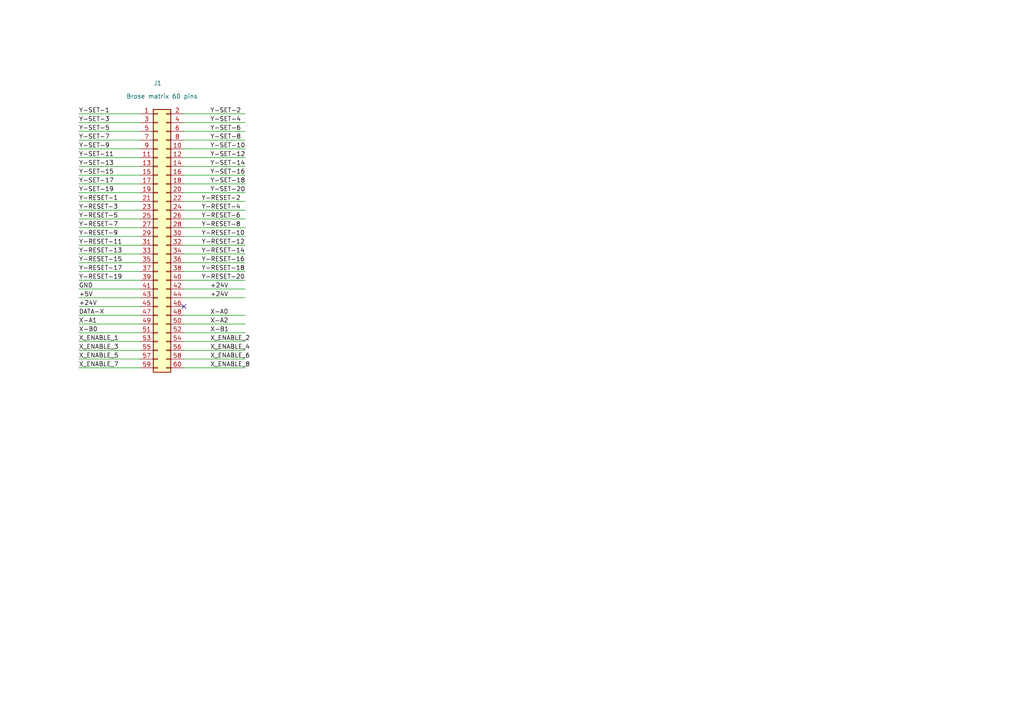
<source format=kicad_sch>
(kicad_sch (version 20230121) (generator eeschema)
  (paper "A4")
  (lib_symbols
    (symbol "Connector_Generic:Conn_02x30_Odd_Even" (pin_names (offset 1.016) hide)
      (property "Reference" "J" (at 1.27 38.1 0))
      (property "Value" "Conn_02x30_Odd_Even" (at 1.27 -40.64 0))
      (symbol "Conn_02x30_Odd_Even_1_1"
        (rectangle (start -1.27 -37.973) (end 0 -38.227) (stroke (width 0.1524)))
        (rectangle (start -1.27 -35.433) (end 0 -35.687) (stroke (width 0.1524)))
        (rectangle (start -1.27 -32.893) (end 0 -33.147) (stroke (width 0.1524)))
        (rectangle (start -1.27 -30.353) (end 0 -30.607) (stroke (width 0.1524)))
        (rectangle (start -1.27 -27.813) (end 0 -28.067) (stroke (width 0.1524)))
        (rectangle (start -1.27 -25.273) (end 0 -25.527) (stroke (width 0.1524)))
        (rectangle (start -1.27 -22.733) (end 0 -22.987) (stroke (width 0.1524)))
        (rectangle (start -1.27 -20.193) (end 0 -20.447) (stroke (width 0.1524)))
        (rectangle (start -1.27 -17.653) (end 0 -17.907) (stroke (width 0.1524)))
        (rectangle (start -1.27 -15.113) (end 0 -15.367) (stroke (width 0.1524)))
        (rectangle (start -1.27 -12.573) (end 0 -12.827) (stroke (width 0.1524)))
        (rectangle (start -1.27 -10.033) (end 0 -10.287) (stroke (width 0.1524)))
        (rectangle (start -1.27 -7.493) (end 0 -7.747) (stroke (width 0.1524)))
        (rectangle (start -1.27 -4.953) (end 0 -5.207) (stroke (width 0.1524)))
        (rectangle (start -1.27 -2.413) (end 0 -2.667) (stroke (width 0.1524)))
        (rectangle (start -1.27 0.127) (end 0 -0.127) (stroke (width 0.1524)))
        (rectangle (start -1.27 2.667) (end 0 2.413) (stroke (width 0.1524)))
        (rectangle (start -1.27 5.207) (end 0 4.953) (stroke (width 0.1524)))
        (rectangle (start -1.27 7.747) (end 0 7.493) (stroke (width 0.1524)))
        (rectangle (start -1.27 10.287) (end 0 10.033) (stroke (width 0.1524)))
        (rectangle (start -1.27 12.827) (end 0 12.573) (stroke (width 0.1524)))
        (rectangle (start -1.27 15.367) (end 0 15.113) (stroke (width 0.1524)))
        (rectangle (start -1.27 17.907) (end 0 17.653) (stroke (width 0.1524)))
        (rectangle (start -1.27 20.447) (end 0 20.193) (stroke (width 0.1524)))
        (rectangle (start -1.27 22.987) (end 0 22.733) (stroke (width 0.1524)))
        (rectangle (start -1.27 25.527) (end 0 25.273) (stroke (width 0.1524)))
        (rectangle (start -1.27 28.067) (end 0 27.813) (stroke (width 0.1524)))
        (rectangle (start -1.27 30.607) (end 0 30.353) (stroke (width 0.1524)))
        (rectangle (start -1.27 33.147) (end 0 32.893) (stroke (width 0.1524)))
        (rectangle (start -1.27 35.687) (end 0 35.433) (stroke (width 0.1524)))
        (rectangle (start -1.27 36.83) (end 3.81 -39.37) (stroke (width 0.254)) (fill (type background)))
        (rectangle (start 3.81 -37.973) (end 2.54 -38.227) (stroke (width 0.1524)))
        (rectangle (start 3.81 -35.433) (end 2.54 -35.687) (stroke (width 0.1524)))
        (rectangle (start 3.81 -32.893) (end 2.54 -33.147) (stroke (width 0.1524)))
        (rectangle (start 3.81 -30.353) (end 2.54 -30.607) (stroke (width 0.1524)))
        (rectangle (start 3.81 -27.813) (end 2.54 -28.067) (stroke (width 0.1524)))
        (rectangle (start 3.81 -25.273) (end 2.54 -25.527) (stroke (width 0.1524)))
        (rectangle (start 3.81 -22.733) (end 2.54 -22.987) (stroke (width 0.1524)))
        (rectangle (start 3.81 -20.193) (end 2.54 -20.447) (stroke (width 0.1524)))
        (rectangle (start 3.81 -17.653) (end 2.54 -17.907) (stroke (width 0.1524)))
        (rectangle (start 3.81 -15.113) (end 2.54 -15.367) (stroke (width 0.1524)))
        (rectangle (start 3.81 -12.573) (end 2.54 -12.827) (stroke (width 0.1524)))
        (rectangle (start 3.81 -10.033) (end 2.54 -10.287) (stroke (width 0.1524)))
        (rectangle (start 3.81 -7.493) (end 2.54 -7.747) (stroke (width 0.1524)))
        (rectangle (start 3.81 -4.953) (end 2.54 -5.207) (stroke (width 0.1524)))
        (rectangle (start 3.81 -2.413) (end 2.54 -2.667) (stroke (width 0.1524)))
        (rectangle (start 3.81 0.127) (end 2.54 -0.127) (stroke (width 0.1524)))
        (rectangle (start 3.81 2.667) (end 2.54 2.413) (stroke (width 0.1524)))
        (rectangle (start 3.81 5.207) (end 2.54 4.953) (stroke (width 0.1524)))
        (rectangle (start 3.81 7.747) (end 2.54 7.493) (stroke (width 0.1524)))
        (rectangle (start 3.81 10.287) (end 2.54 10.033) (stroke (width 0.1524)))
        (rectangle (start 3.81 12.827) (end 2.54 12.573) (stroke (width 0.1524)))
        (rectangle (start 3.81 15.367) (end 2.54 15.113) (stroke (width 0.1524)))
        (rectangle (start 3.81 17.907) (end 2.54 17.653) (stroke (width 0.1524)))
        (rectangle (start 3.81 20.447) (end 2.54 20.193) (stroke (width 0.1524)))
        (rectangle (start 3.81 22.987) (end 2.54 22.733) (stroke (width 0.1524)))
        (rectangle (start 3.81 25.527) (end 2.54 25.273) (stroke (width 0.1524)))
        (rectangle (start 3.81 28.067) (end 2.54 27.813) (stroke (width 0.1524)))
        (rectangle (start 3.81 30.607) (end 2.54 30.353) (stroke (width 0.1524)))
        (rectangle (start 3.81 33.147) (end 2.54 32.893) (stroke (width 0.1524)))
        (rectangle (start 3.81 35.687) (end 2.54 35.433) (stroke (width 0.1524)))
        (pin passive line (at -5.08 35.56 0) (length 3.81) (name "Pin_1") (number "1"))
        (pin passive line (at 7.62 25.4 180) (length 3.81) (name "Pin_10") (number "10"))
        (pin passive line (at -5.08 22.86 0) (length 3.81) (name "Pin_11") (number "11"))
        (pin passive line (at 7.62 22.86 180) (length 3.81) (name "Pin_12") (number "12"))
        (pin passive line (at -5.08 20.32 0) (length 3.81) (name "Pin_13") (number "13"))
        (pin passive line (at 7.62 20.32 180) (length 3.81) (name "Pin_14") (number "14"))
        (pin passive line (at -5.08 17.78 0) (length 3.81) (name "Pin_15") (number "15"))
        (pin passive line (at 7.62 17.78 180) (length 3.81) (name "Pin_16") (number "16"))
        (pin passive line (at -5.08 15.24 0) (length 3.81) (name "Pin_17") (number "17"))
        (pin passive line (at 7.62 15.24 180) (length 3.81) (name "Pin_18") (number "18"))
        (pin passive line (at -5.08 12.7 0) (length 3.81) (name "Pin_19") (number "19"))
        (pin passive line (at 7.62 35.56 180) (length 3.81) (name "Pin_2") (number "2"))
        (pin passive line (at 7.62 12.7 180) (length 3.81) (name "Pin_20") (number "20"))
        (pin passive line (at -5.08 10.16 0) (length 3.81) (name "Pin_21") (number "21"))
        (pin passive line (at 7.62 10.16 180) (length 3.81) (name "Pin_22") (number "22"))
        (pin passive line (at -5.08 7.62 0) (length 3.81) (name "Pin_23") (number "23"))
        (pin passive line (at 7.62 7.62 180) (length 3.81) (name "Pin_24") (number "24"))
        (pin passive line (at -5.08 5.08 0) (length 3.81) (name "Pin_25") (number "25"))
        (pin passive line (at 7.62 5.08 180) (length 3.81) (name "Pin_26") (number "26"))
        (pin passive line (at -5.08 2.54 0) (length 3.81) (name "Pin_27") (number "27"))
        (pin passive line (at 7.62 2.54 180) (length 3.81) (name "Pin_28") (number "28"))
        (pin passive line (at -5.08 0 0) (length 3.81) (name "Pin_29") (number "29"))
        (pin passive line (at -5.08 33.02 0) (length 3.81) (name "Pin_3") (number "3"))
        (pin passive line (at 7.62 0 180) (length 3.81) (name "Pin_30") (number "30"))
        (pin passive line (at -5.08 -2.54 0) (length 3.81) (name "Pin_31") (number "31"))
        (pin passive line (at 7.62 -2.54 180) (length 3.81) (name "Pin_32") (number "32"))
        (pin passive line (at -5.08 -5.08 0) (length 3.81) (name "Pin_33") (number "33"))
        (pin passive line (at 7.62 -5.08 180) (length 3.81) (name "Pin_34") (number "34"))
        (pin passive line (at -5.08 -7.62 0) (length 3.81) (name "Pin_35") (number "35"))
        (pin passive line (at 7.62 -7.62 180) (length 3.81) (name "Pin_36") (number "36"))
        (pin passive line (at -5.08 -10.16 0) (length 3.81) (name "Pin_37") (number "37"))
        (pin passive line (at 7.62 -10.16 180) (length 3.81) (name "Pin_38") (number "38"))
        (pin passive line (at -5.08 -12.7 0) (length 3.81) (name "Pin_39") (number "39"))
        (pin passive line (at 7.62 33.02 180) (length 3.81) (name "Pin_4") (number "4"))
        (pin passive line (at 7.62 -12.7 180) (length 3.81) (name "Pin_40") (number "40"))
        (pin passive line (at -5.08 -15.24 0) (length 3.81) (name "Pin_41") (number "41"))
        (pin passive line (at 7.62 -15.24 180) (length 3.81) (name "Pin_42") (number "42"))
        (pin passive line (at -5.08 -17.78 0) (length 3.81) (name "Pin_43") (number "43"))
        (pin passive line (at 7.62 -17.78 180) (length 3.81) (name "Pin_44") (number "44"))
        (pin passive line (at -5.08 -20.32 0) (length 3.81) (name "Pin_45") (number "45"))
        (pin passive line (at 7.62 -20.32 180) (length 3.81) (name "Pin_46") (number "46"))
        (pin passive line (at -5.08 -22.86 0) (length 3.81) (name "Pin_47") (number "47"))
        (pin passive line (at 7.62 -22.86 180) (length 3.81) (name "Pin_48") (number "48"))
        (pin passive line (at -5.08 -25.4 0) (length 3.81) (name "Pin_49") (number "49"))
        (pin passive line (at -5.08 30.48 0) (length 3.81) (name "Pin_5") (number "5"))
        (pin passive line (at 7.62 -25.4 180) (length 3.81) (name "Pin_50") (number "50"))
        (pin passive line (at -5.08 -27.94 0) (length 3.81) (name "Pin_51") (number "51"))
        (pin passive line (at 7.62 -27.94 180) (length 3.81) (name "Pin_52") (number "52"))
        (pin passive line (at -5.08 -30.48 0) (length 3.81) (name "Pin_53") (number "53"))
        (pin passive line (at 7.62 -30.48 180) (length 3.81) (name "Pin_54") (number "54"))
        (pin passive line (at -5.08 -33.02 0) (length 3.81) (name "Pin_55") (number "55"))
        (pin passive line (at 7.62 -33.02 180) (length 3.81) (name "Pin_56") (number "56"))
        (pin passive line (at -5.08 -35.56 0) (length 3.81) (name "Pin_57") (number "57"))
        (pin passive line (at 7.62 -35.56 180) (length 3.81) (name "Pin_58") (number "58"))
        (pin passive line (at -5.08 -38.1 0) (length 3.81) (name "Pin_59") (number "59"))
        (pin passive line (at 7.62 30.48 180) (length 3.81) (name "Pin_6") (number "6"))
        (pin passive line (at 7.62 -38.1 180) (length 3.81) (name "Pin_60") (number "60"))
        (pin passive line (at -5.08 27.94 0) (length 3.81) (name "Pin_7") (number "7"))
        (pin passive line (at 7.62 27.94 180) (length 3.81) (name "Pin_8") (number "8"))
        (pin passive line (at -5.08 25.4 0) (length 3.81) (name "Pin_9") (number "9"))
      )
    )
  )
  (no_connect (at 53.34 88.9))
  (wire (pts (xy 53.34 40.64) (xy 71.12 40.64)))
  (wire (pts (xy 53.34 63.5) (xy 71.12 63.5)))
  (wire (pts (xy 22.86 53.34) (xy 40.64 53.34)))
  (wire (pts (xy 22.86 91.44) (xy 40.64 91.44)))
  (wire (pts (xy 22.86 81.28) (xy 40.64 81.28)))
  (wire (pts (xy 22.86 68.58) (xy 40.64 68.58)))
  (wire (pts (xy 53.34 101.6) (xy 71.12 101.6)))
  (wire (pts (xy 22.86 43.18) (xy 40.64 43.18)))
  (wire (pts (xy 53.34 38.1) (xy 71.12 38.1)))
  (wire (pts (xy 53.34 43.18) (xy 71.12 43.18)))
  (wire (pts (xy 53.34 55.88) (xy 71.12 55.88)))
  (wire (pts (xy 53.34 93.98) (xy 71.12 93.98)))
  (wire (pts (xy 22.86 78.74) (xy 40.64 78.74)))
  (wire (pts (xy 22.86 101.6) (xy 40.64 101.6)))
  (wire (pts (xy 53.34 48.26) (xy 71.12 48.26)))
  (wire (pts (xy 53.34 50.8) (xy 71.12 50.8)))
  (wire (pts (xy 22.86 60.96) (xy 40.64 60.96)))
  (wire (pts (xy 53.34 76.2) (xy 71.12 76.2)))
  (wire (pts (xy 53.34 71.12) (xy 71.12 71.12)))
  (wire (pts (xy 22.86 48.26) (xy 40.64 48.26)))
  (wire (pts (xy 53.34 58.42) (xy 71.12 58.42)))
  (wire (pts (xy 22.86 93.98) (xy 40.64 93.98)))
  (wire (pts (xy 53.34 45.72) (xy 71.12 45.72)))
  (wire (pts (xy 22.86 38.1) (xy 40.64 38.1)))
  (wire (pts (xy 22.86 45.72) (xy 40.64 45.72)))
  (wire (pts (xy 53.34 78.74) (xy 71.12 78.74)))
  (wire (pts (xy 53.34 35.56) (xy 71.12 35.56)))
  (wire (pts (xy 53.34 83.82) (xy 71.12 83.82)))
  (wire (pts (xy 53.34 53.34) (xy 71.12 53.34)))
  (wire (pts (xy 53.34 106.68) (xy 71.12 106.68)))
  (wire (pts (xy 22.86 35.56) (xy 40.64 35.56)))
  (wire (pts (xy 53.34 33.02) (xy 71.12 33.02)))
  (wire (pts (xy 22.86 106.68) (xy 40.64 106.68)))
  (wire (pts (xy 53.34 96.52) (xy 71.12 96.52)))
  (wire (pts (xy 53.34 86.36) (xy 71.12 86.36)))
  (wire (pts (xy 22.86 71.12) (xy 40.64 71.12)))
  (wire (pts (xy 53.34 99.06) (xy 71.12 99.06)))
  (wire (pts (xy 22.86 55.88) (xy 40.64 55.88)))
  (wire (pts (xy 22.86 99.06) (xy 40.64 99.06)))
  (wire (pts (xy 53.34 68.58) (xy 71.12 68.58)))
  (wire (pts (xy 53.34 104.14) (xy 71.12 104.14)))
  (wire (pts (xy 22.86 58.42) (xy 40.64 58.42)))
  (wire (pts (xy 22.86 86.36) (xy 40.64 86.36)))
  (wire (pts (xy 22.86 33.02) (xy 40.64 33.02)))
  (wire (pts (xy 22.86 83.82) (xy 40.64 83.82)))
  (wire (pts (xy 53.34 60.96) (xy 71.12 60.96)))
  (wire (pts (xy 53.34 81.28) (xy 71.12 81.28)))
  (wire (pts (xy 53.34 73.66) (xy 71.12 73.66)))
  (wire (pts (xy 22.86 66.04) (xy 40.64 66.04)))
  (wire (pts (xy 53.34 91.44) (xy 71.12 91.44)))
  (wire (pts (xy 22.86 40.64) (xy 40.64 40.64)))
  (wire (pts (xy 22.86 96.52) (xy 40.64 96.52)))
  (wire (pts (xy 22.86 76.2) (xy 40.64 76.2)))
  (wire (pts (xy 22.86 88.9) (xy 40.64 88.9)))
  (wire (pts (xy 22.86 73.66) (xy 40.64 73.66)))
  (wire (pts (xy 53.34 66.04) (xy 71.12 66.04)))
  (wire (pts (xy 22.86 63.5) (xy 40.64 63.5)))
  (wire (pts (xy 22.86 104.14) (xy 40.64 104.14)))
  (wire (pts (xy 22.86 50.8) (xy 40.64 50.8)))
  (label "X_ENABLE_7" (at 22.86 106.68 0))
  (label "Y-RESET-20" (at 58.42 81.28 0))
  (label "Y-RESET-16" (at 58.42 76.2 0))
  (label "X-B1" (at 60.96 96.52 0))
  (label "Y-RESET-11" (at 22.86 71.12 0))
  (label "DATA-X" (at 22.86 91.44 0))
  (label "Y-SET-10" (at 60.96 43.18 0))
  (label "Y-RESET-19" (at 22.86 81.28 0))
  (label "X_ENABLE_3" (at 22.86 101.6 0))
  (label "Y-SET-9" (at 22.86 43.18 0))
  (label "Y-RESET-13" (at 22.86 73.66 0))
  (label "Y-SET-15" (at 22.86 50.8 0))
  (label "Y-RESET-7" (at 22.86 66.04 0))
  (label "Y-RESET-6" (at 58.42 63.5 0))
  (label "X_ENABLE_6" (at 60.96 104.14 0))
  (label "+24V" (at 60.96 83.82 0))
  (label "X_ENABLE_4" (at 60.96 101.6 0))
  (label "Y-RESET-15" (at 22.86 76.2 0))
  (label "Y-RESET-1" (at 22.86 58.42 0))
  (label "Y-RESET-3" (at 22.86 60.96 0))
  (label "+5V" (at 22.86 86.36 0))
  (label "Y-SET-20" (at 60.96 55.88 0))
  (label "X_ENABLE_2" (at 60.96 99.06 0))
  (label "GND" (at 22.86 83.82 0))
  (label "X_ENABLE_1" (at 22.86 99.06 0))
  (label "Y-SET-5" (at 22.86 38.1 0))
  (label "Y-SET-12" (at 60.96 45.72 0))
  (label "Y-SET-3" (at 22.86 35.56 0))
  (label "Y-RESET-17" (at 22.86 78.74 0))
  (label "X_ENABLE_8" (at 60.96 106.68 0))
  (label "Y-RESET-8" (at 58.42 66.04 0))
  (label "Y-SET-6" (at 60.96 38.1 0))
  (label "X-B0" (at 22.86 96.52 0))
  (label "Y-SET-8" (at 60.96 40.64 0))
  (label "Y-SET-17" (at 22.86 53.34 0))
  (label "Y-SET-11" (at 22.86 45.72 0))
  (label "Y-SET-7" (at 22.86 40.64 0))
  (label "X-A0" (at 60.96 91.44 0))
  (label "Y-RESET-14" (at 58.42 73.66 0))
  (label "Y-SET-18" (at 60.96 53.34 0))
  (label "X-A2" (at 60.96 93.98 0))
  (label "Y-RESET-2" (at 58.42 58.42 0))
  (label "Y-RESET-10" (at 58.42 68.58 0))
  (label "Y-SET-2" (at 60.96 33.02 0))
  (label "+24V" (at 60.96 86.36 0))
  (label "Y-SET-16" (at 60.96 50.8 0))
  (label "Y-SET-13" (at 22.86 48.26 0))
  (label "+24V" (at 22.86 88.9 0))
  (label "Y-SET-19" (at 22.86 55.88 0))
  (label "Y-SET-4" (at 60.96 35.56 0))
  (label "Y-RESET-5" (at 22.86 63.5 0))
  (label "Y-RESET-18" (at 58.42 78.74 0))
  (label "X-A1" (at 22.86 93.98 0))
  (label "Y-RESET-9" (at 22.86 68.58 0))
  (label "X_ENABLE_5" (at 22.86 104.14 0))
  (label "Y-RESET-12" (at 58.42 71.12 0))
  (label "Y-RESET-4" (at 58.42 60.96 0))
  (label "Y-SET-1" (at 22.86 33.02 0))
  (label "Y-SET-14" (at 60.96 48.26 0))
  (symbol (lib_id "Connector_Generic:Conn_02x30_Odd_Even") (at 45.72 68.58 0) (unit 1)
    (property "Reference" "J1" (at 45.72 24.13 0))
    (property "Value" "Brose matrix 60 pins" (at 46.99 27.94 0))
  )
)
</source>
